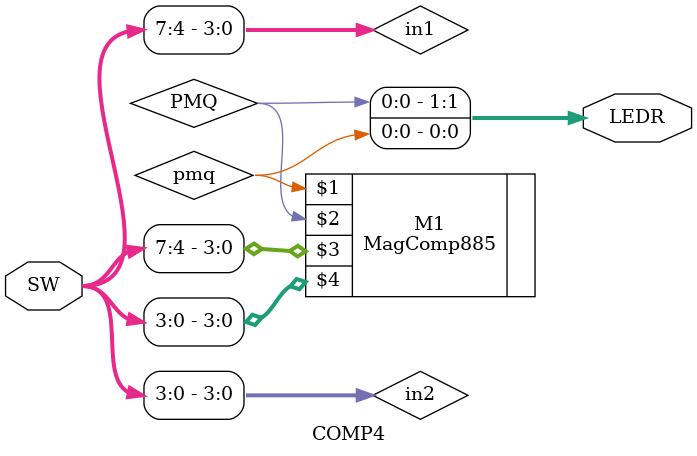
<source format=v>
module COMP4(SW, LEDR);

   input [7:0]	SW;
 	output[1:0]	LEDR;
   wire[3:0] in1,in2;
	wire PMQ, pmq;
	
assign in1 = SW[7:4];
assign in2 = SW[3:0];

MagComp885 M1(pmq, PMQ, in1, in2);

assign LEDR[0] = pmq;
assign LEDR[1] = PMQ;
	
endmodule
</source>
